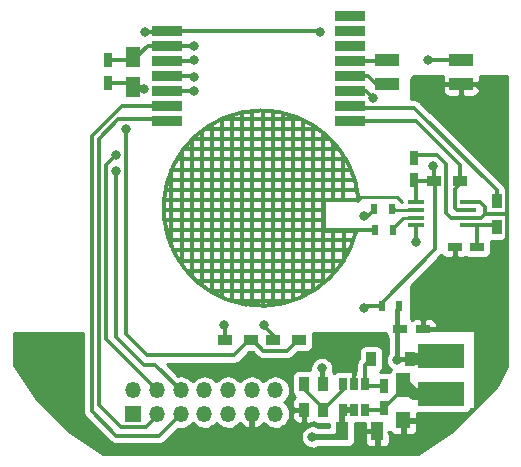
<source format=gtl>
%TF.GenerationSoftware,KiCad,Pcbnew,no-vcs-found-6573a43~60~ubuntu16.04.1*%
%TF.CreationDate,2017-10-02T18:35:18+03:00*%
%TF.ProjectId,livolo_1_channel_1way_eu_switch,6C69766F6C6F5F315F6368616E6E656C,rev?*%
%TF.SameCoordinates,Original*%
%TF.FileFunction,Copper,L1,Top,Signal*%
%TF.FilePolarity,Positive*%
%FSLAX46Y46*%
G04 Gerber Fmt 4.6, Leading zero omitted, Abs format (unit mm)*
G04 Created by KiCad (PCBNEW no-vcs-found-6573a43~60~ubuntu16.04.1) date Mon Oct  2 18:35:18 2017*
%MOMM*%
%LPD*%
G01*
G04 APERTURE LIST*
%ADD10C,0.300000*%
%ADD11R,2.000000X1.000000*%
%ADD12R,2.500000X0.812800*%
%ADD13R,4.000000X2.000000*%
%ADD14R,1.200000X2.000000*%
%ADD15R,1.200000X1.400000*%
%ADD16R,0.900000X1.200000*%
%ADD17R,0.650000X1.060000*%
%ADD18R,1.200000X0.750000*%
%ADD19R,0.750000X1.200000*%
%ADD20R,1.200000X0.900000*%
%ADD21R,0.500000X0.900000*%
%ADD22O,1.350000X1.350000*%
%ADD23R,1.350000X1.350000*%
%ADD24R,1.260000X1.750000*%
%ADD25R,1.000000X1.600000*%
%ADD26R,1.450000X0.450000*%
%ADD27C,0.500000*%
%ADD28C,0.800000*%
%ADD29C,0.450000*%
%ADD30C,1.000000*%
%ADD31C,0.500000*%
%ADD32C,0.250000*%
%ADD33C,0.254000*%
G04 APERTURE END LIST*
D10*
X150713180Y-91427505D02*
G75*
G03X150515161Y-94053034I-8241357J-698663D01*
G01*
X150563078Y-90569473D02*
X134387985Y-90569473D01*
X134861129Y-88932446D02*
X134861129Y-95314772D01*
X146858765Y-85149670D02*
X146858765Y-99110211D01*
X139143209Y-84570810D02*
X145807937Y-84570810D01*
X147680935Y-92284164D02*
X134215925Y-92284164D01*
X150515415Y-93997505D02*
X134428388Y-93997505D01*
X146001745Y-99550928D02*
X146001745Y-84648510D01*
X147310534Y-85427965D02*
X137658331Y-85427965D01*
X140096875Y-99996741D02*
X144982297Y-99996741D01*
X149430215Y-91421706D02*
X149430215Y-87653702D01*
X150032743Y-88856082D02*
X134918317Y-88856082D01*
X142573670Y-100346495D02*
X142573670Y-83894559D01*
X141716642Y-83929913D02*
X141716642Y-100311100D01*
X138289253Y-85025928D02*
X138289253Y-99238834D01*
X134268880Y-93141135D02*
X147678117Y-93141135D01*
X145144717Y-84294928D02*
X145144717Y-99939963D01*
X134600120Y-89712424D02*
X150368600Y-89712424D01*
X137432169Y-98637857D02*
X137432169Y-85567699D01*
X148573343Y-94005882D02*
X148573343Y-97677378D01*
X135536761Y-96568595D02*
X149419180Y-96568595D01*
X136703754Y-86285049D02*
X148300321Y-86285049D01*
X148800492Y-97425601D02*
X136173068Y-97425601D01*
X146820559Y-99139678D02*
X138153228Y-99139678D01*
X136986388Y-98282671D02*
X147987466Y-98282671D01*
X140003280Y-84283449D02*
X140003280Y-99992734D01*
X135395563Y-87999111D02*
X149608460Y-87999111D01*
X149060472Y-87142063D02*
X135925944Y-87142063D01*
X134264202Y-91427172D02*
X150745257Y-91427172D01*
X134658159Y-94854490D02*
X150250130Y-94854490D01*
X149914171Y-95711532D02*
X135100054Y-95711532D01*
X147715828Y-98490657D02*
X147715828Y-85768380D01*
X140859657Y-100204893D02*
X140859657Y-84053658D01*
X136575156Y-86369408D02*
X136575156Y-97895294D01*
X143430662Y-83929893D02*
X143430662Y-100311420D01*
X144287689Y-100169819D02*
X144287689Y-84106681D01*
X139146337Y-99639189D02*
X139146337Y-84595481D01*
X135718071Y-96870262D02*
X135718071Y-87359328D01*
X149436366Y-96566253D02*
X149436366Y-94023853D01*
X148573343Y-86539707D02*
X148573343Y-91421440D01*
D11*
X159400000Y-81600000D03*
X153150000Y-81600000D03*
X159400000Y-79600000D03*
X153150000Y-79600000D03*
D12*
X134500000Y-84710000D03*
X149946000Y-84710000D03*
X134500000Y-83440000D03*
X149946000Y-83440000D03*
X134500000Y-82170000D03*
X149946000Y-82170000D03*
X134500000Y-80900000D03*
X149946000Y-80900000D03*
X134500000Y-79630000D03*
X149946000Y-79630000D03*
X134500000Y-78360000D03*
X149946000Y-78360000D03*
X134500000Y-77090000D03*
X149946000Y-77090000D03*
X149946000Y-75820000D03*
D13*
X157700000Y-104650000D03*
X157700000Y-107900000D03*
D14*
X154500000Y-107100000D03*
D15*
X154500000Y-110100000D03*
D16*
X146100000Y-107000000D03*
X146100000Y-109200000D03*
D17*
X150300000Y-109200000D03*
X151250000Y-109200000D03*
X149350000Y-109200000D03*
X149350000Y-107000000D03*
X150300000Y-107000000D03*
X151250000Y-107000000D03*
D18*
X154250000Y-102400000D03*
X156150000Y-102400000D03*
D19*
X152900000Y-109050000D03*
X152900000Y-107150000D03*
D16*
X155050000Y-104900000D03*
X151750000Y-104900000D03*
X147700000Y-109200000D03*
X147700000Y-107000000D03*
D20*
X139400000Y-103300000D03*
X141600000Y-103300000D03*
X145700000Y-103300000D03*
X143500000Y-103300000D03*
D21*
X152650000Y-100400000D03*
X154150000Y-100400000D03*
D22*
X143650000Y-107550000D03*
X143650000Y-109550000D03*
X141650000Y-107550000D03*
X141650000Y-109550000D03*
X139650000Y-107550000D03*
X139650000Y-109550000D03*
X137650000Y-107550000D03*
X137650000Y-109550000D03*
X135650000Y-107550000D03*
X135650000Y-109550000D03*
X133650000Y-107550000D03*
X133650000Y-109550000D03*
X131650000Y-107550000D03*
D23*
X131650000Y-109550000D03*
D24*
X131600000Y-81875000D03*
X131600000Y-79325000D03*
D19*
X129500000Y-79600000D03*
X129500000Y-81500000D03*
D25*
X152300000Y-111000000D03*
X149300000Y-111000000D03*
D19*
X155400000Y-87850000D03*
X155400000Y-89750000D03*
D18*
X158850000Y-95400000D03*
X160750000Y-95400000D03*
D21*
X153600000Y-94000000D03*
X152100000Y-94000000D03*
X152050000Y-92200000D03*
X153550000Y-92200000D03*
D20*
X157100000Y-89800000D03*
X159300000Y-89800000D03*
D16*
X162400000Y-91500000D03*
X162400000Y-93700000D03*
D26*
X160000000Y-91625000D03*
X160000000Y-92275000D03*
X160000000Y-92925000D03*
X160000000Y-93575000D03*
X155600000Y-93575000D03*
X155600000Y-92925000D03*
X155600000Y-92275000D03*
X155600000Y-91625000D03*
D27*
X150426774Y-94035356D03*
X150691939Y-91401383D03*
D28*
X156600000Y-79600000D03*
X136800000Y-78400000D03*
X156999996Y-88600000D03*
X151200000Y-100600000D03*
X132549976Y-82002849D03*
X132600000Y-77200000D03*
X157600000Y-81600000D03*
X141800000Y-105400000D03*
X147400000Y-77200000D03*
X154000000Y-105000000D03*
X147600000Y-105700000D03*
X146800000Y-111500000D03*
X142700050Y-102000000D03*
X139300002Y-102000000D03*
X136800000Y-79600000D03*
X131000000Y-85450010D03*
X130149990Y-89000000D03*
X136800000Y-82200000D03*
X136800000Y-81000000D03*
X130149990Y-87587472D03*
X151200000Y-92800000D03*
X151948856Y-82770480D03*
X155600000Y-95000000D03*
D10*
X159400000Y-79600000D02*
X156600000Y-79600000D01*
X134500000Y-78360000D02*
X132840000Y-78360000D01*
X132840000Y-78360000D02*
X131875000Y-79325000D01*
X131875000Y-79325000D02*
X131600000Y-79325000D01*
X151200000Y-100600000D02*
X151400000Y-100400000D01*
X151400000Y-100400000D02*
X152650000Y-100400000D01*
X136760000Y-78360000D02*
X136800000Y-78400000D01*
X134500000Y-78360000D02*
X136760000Y-78360000D01*
X157100000Y-89800000D02*
X157200000Y-89800000D01*
X157200000Y-89800000D02*
X157200000Y-95600000D01*
X157200000Y-95600000D02*
X152650000Y-100150000D01*
X152650000Y-100150000D02*
X152650000Y-100400000D01*
X157100000Y-88700004D02*
X156999996Y-88600000D01*
X157100000Y-89800000D02*
X157100000Y-88700004D01*
X157100000Y-89800000D02*
X157250000Y-89800000D01*
X159900000Y-79600000D02*
X159400000Y-79600000D01*
X157100000Y-89800000D02*
X155450000Y-89800000D01*
X155450000Y-89800000D02*
X155400000Y-89750000D01*
X155600000Y-91625000D02*
X155600000Y-89950000D01*
X155600000Y-89950000D02*
X155400000Y-89750000D01*
X129500000Y-79600000D02*
X131325000Y-79600000D01*
X131325000Y-79600000D02*
X131600000Y-79325000D01*
X162560002Y-95400000D02*
X163300001Y-94660001D01*
X132549976Y-81894976D02*
X132549976Y-82002849D01*
X132530000Y-81875000D02*
X132549976Y-81894976D01*
X131600000Y-81875000D02*
X132530000Y-81875000D01*
X132600000Y-77200000D02*
X134390000Y-77200000D01*
X134390000Y-77200000D02*
X134500000Y-77090000D01*
X163160002Y-92600000D02*
X163300001Y-92460001D01*
X163300001Y-92460001D02*
X163300001Y-84300001D01*
X163300001Y-84300001D02*
X160600000Y-81600000D01*
X160600000Y-81600000D02*
X159400000Y-81600000D01*
X159400000Y-81600000D02*
X157600000Y-81600000D01*
X155400000Y-87850000D02*
X155400000Y-87625000D01*
X155400000Y-87625000D02*
X155425000Y-87600000D01*
X155425000Y-87600000D02*
X157384006Y-87600000D01*
X157384006Y-87600000D02*
X158150001Y-88365995D01*
X158525000Y-92925000D02*
X160000000Y-92925000D01*
X158150001Y-88365995D02*
X158150001Y-92550001D01*
X158150001Y-92550001D02*
X158525000Y-92925000D01*
X134500000Y-77090000D02*
X147290000Y-77090000D01*
X147290000Y-77090000D02*
X147400000Y-77200000D01*
X163300001Y-94660001D02*
X163300001Y-92739999D01*
X163300001Y-92739999D02*
X163160002Y-92600000D01*
X163160002Y-92600000D02*
X161400000Y-92600000D01*
X129500000Y-81275000D02*
X129500000Y-81500000D01*
X160000000Y-92925000D02*
X161075000Y-92925000D01*
X161075000Y-92925000D02*
X161400000Y-92600000D01*
X161400000Y-92600000D02*
X161400000Y-92000000D01*
X161400000Y-92000000D02*
X161025000Y-91625000D01*
X161025000Y-91625000D02*
X160000000Y-91625000D01*
X129500000Y-81500000D02*
X131225000Y-81500000D01*
X131225000Y-81500000D02*
X131600000Y-81875000D01*
X134610000Y-77200000D02*
X134500000Y-77090000D01*
D29*
X154250000Y-102400000D02*
X154000000Y-102150000D01*
X154000000Y-102150000D02*
X154000000Y-100750000D01*
X154000000Y-105000000D02*
X154000000Y-102650000D01*
X154000000Y-102650000D02*
X154250000Y-102400000D01*
X155050000Y-104900000D02*
X154100000Y-104900000D01*
X154100000Y-104900000D02*
X154000000Y-105000000D01*
X147600000Y-105700000D02*
X147600000Y-106900000D01*
X147600000Y-106900000D02*
X147700000Y-107000000D01*
D30*
X155050000Y-104900000D02*
X157450000Y-104900000D01*
D10*
X151250000Y-109200000D02*
X152750000Y-109200000D01*
X152750000Y-109200000D02*
X152900000Y-109050000D01*
D30*
X157700000Y-107900000D02*
X155400000Y-107900000D01*
X155400000Y-107900000D02*
X154600000Y-107100000D01*
D10*
X154600000Y-107100000D02*
X154500000Y-107100000D01*
X152900000Y-109050000D02*
X154500000Y-107450000D01*
X152900000Y-107150000D02*
X151400000Y-107150000D01*
X151400000Y-107150000D02*
X151250000Y-107000000D01*
X151250000Y-107000000D02*
X151250000Y-105400000D01*
X151250000Y-105400000D02*
X151750000Y-104900000D01*
D31*
X146800000Y-111500000D02*
X148800000Y-111500000D01*
X148800000Y-111500000D02*
X149300000Y-111000000D01*
X150300000Y-109200000D02*
X149350000Y-109200000D01*
X149300000Y-111000000D02*
X149300000Y-109250000D01*
X149300000Y-109250000D02*
X149350000Y-109200000D01*
X131650000Y-107550000D02*
X131600000Y-107500000D01*
D10*
X143500000Y-103300000D02*
X143500000Y-102900000D01*
X143500000Y-102900000D02*
X142700050Y-102100050D01*
X142700050Y-102100050D02*
X142700050Y-102000000D01*
X143350000Y-103300000D02*
X143500000Y-103300000D01*
X139400000Y-102099998D02*
X139300002Y-102000000D01*
X139400000Y-103300000D02*
X139400000Y-102099998D01*
X139400000Y-103300000D02*
X139550000Y-103300000D01*
X159300000Y-88477832D02*
X159300000Y-89800000D01*
X155532168Y-84710000D02*
X159300000Y-88477832D01*
X149946000Y-84710000D02*
X155532168Y-84710000D01*
X160000000Y-92275000D02*
X159025000Y-92275000D01*
X159025000Y-92275000D02*
X158899999Y-92149999D01*
X158899999Y-92149999D02*
X158899999Y-90500001D01*
X158899999Y-90500001D02*
X159300000Y-90100000D01*
X159300000Y-90100000D02*
X159300000Y-89800000D01*
X136770000Y-79630000D02*
X136800000Y-79600000D01*
X134500000Y-79630000D02*
X136770000Y-79630000D01*
X141600000Y-103300000D02*
X141450000Y-103300000D01*
X141450000Y-103300000D02*
X140150000Y-104600000D01*
X131000000Y-102800000D02*
X131000000Y-85450010D01*
X140150000Y-104600000D02*
X132800000Y-104600000D01*
X132800000Y-104600000D02*
X131000000Y-102800000D01*
X145550000Y-103300000D02*
X145700000Y-103300000D01*
X142650001Y-104200001D02*
X144649999Y-104200001D01*
X141750000Y-103300000D02*
X142650001Y-104200001D01*
X144649999Y-104200001D02*
X145550000Y-103300000D01*
X145800000Y-103400000D02*
X145700000Y-103300000D01*
X149350000Y-107000000D02*
X149350000Y-107550000D01*
X149350000Y-107550000D02*
X147700000Y-109200000D01*
X146100000Y-107000000D02*
X146100000Y-107450000D01*
X146100000Y-107450000D02*
X147700000Y-109050000D01*
X147700000Y-109050000D02*
X147700000Y-109200000D01*
X133650000Y-109550000D02*
X133650000Y-109710002D01*
X130341996Y-84600000D02*
X133400000Y-84600000D01*
X133400000Y-84600000D02*
X133510000Y-84710000D01*
X133650000Y-109710002D02*
X132685001Y-110675001D01*
X130614999Y-110675001D02*
X128699978Y-108759980D01*
X132685001Y-110675001D02*
X130614999Y-110675001D01*
X128699978Y-108759980D02*
X128699978Y-86242018D01*
X128699978Y-86242018D02*
X130341996Y-84600000D01*
X133510000Y-84710000D02*
X134500000Y-84710000D01*
X130149990Y-102998533D02*
X130149990Y-89000000D01*
X133500000Y-105400000D02*
X132551457Y-105400000D01*
X132551457Y-105400000D02*
X130149990Y-102998533D01*
X135650000Y-107550000D02*
X133500000Y-105400000D01*
X136770000Y-82170000D02*
X136800000Y-82200000D01*
X134500000Y-82170000D02*
X136770000Y-82170000D01*
X135650000Y-109550000D02*
X133800000Y-111400000D01*
X133800000Y-111400000D02*
X130200000Y-111400000D01*
X130200000Y-111400000D02*
X128099967Y-109299967D01*
X128099967Y-109299967D02*
X128099967Y-85993486D01*
X128099967Y-85993486D02*
X130653453Y-83440000D01*
X130653453Y-83440000D02*
X134500000Y-83440000D01*
X134500000Y-80900000D02*
X136700000Y-80900000D01*
X136700000Y-80900000D02*
X136800000Y-81000000D01*
X129299989Y-88437473D02*
X130149990Y-87587472D01*
X129299989Y-103199989D02*
X129299989Y-88437473D01*
X133650000Y-107550000D02*
X129299989Y-103199989D01*
X133650000Y-107550000D02*
X133650000Y-107250000D01*
X149946000Y-79630000D02*
X153120000Y-79630000D01*
X153120000Y-79630000D02*
X153150000Y-79600000D01*
X149946000Y-80900000D02*
X151500000Y-80900000D01*
X151500000Y-80900000D02*
X152200000Y-81600000D01*
X160000000Y-93575000D02*
X160750000Y-93575000D01*
X160750000Y-93575000D02*
X160750000Y-95400000D01*
X160000000Y-93575000D02*
X162275000Y-93575000D01*
X162275000Y-93575000D02*
X162400000Y-93700000D01*
D32*
X155600000Y-92925000D02*
X154475000Y-92925000D01*
X154475000Y-92925000D02*
X153600000Y-93800000D01*
X153600000Y-93800000D02*
X153600000Y-94000000D01*
X147800000Y-91400000D02*
X147801383Y-91401383D01*
X147801383Y-91401383D02*
X150691939Y-91401383D01*
X147800000Y-94000000D02*
X147800000Y-91400000D01*
X147835356Y-94035356D02*
X147800000Y-94000000D01*
X150426774Y-94035356D02*
X147835356Y-94035356D01*
X150691939Y-91401383D02*
X150893322Y-91200000D01*
X150893322Y-91200000D02*
X154000000Y-91200000D01*
X154000000Y-91200000D02*
X154400000Y-91600000D01*
D10*
X152100000Y-94000000D02*
X150462130Y-94000000D01*
X150462130Y-94000000D02*
X150426774Y-94035356D01*
D32*
X151200000Y-92800000D02*
X151450000Y-92800000D01*
X151450000Y-92800000D02*
X152050000Y-92200000D01*
X155600000Y-92275000D02*
X153825000Y-92275000D01*
X153825000Y-92275000D02*
X153550000Y-92000000D01*
D10*
X162400000Y-91500000D02*
X162400000Y-90600000D01*
X162400000Y-90600000D02*
X155420481Y-83620481D01*
X155420481Y-83620481D02*
X150126481Y-83620481D01*
X150126481Y-83620481D02*
X149946000Y-83440000D01*
X151948856Y-82770480D02*
X151348376Y-82170000D01*
X151348376Y-82170000D02*
X149946000Y-82170000D01*
X155600000Y-93575000D02*
X155600000Y-95000000D01*
D33*
G36*
X163272360Y-105453035D02*
X162394142Y-107219199D01*
X158501216Y-111115019D01*
X155708721Y-112974320D01*
X129090339Y-112974320D01*
X126299249Y-111115955D01*
X123426533Y-108210301D01*
X121526700Y-105407826D01*
X121526700Y-102727000D01*
X127372967Y-102727000D01*
X127372967Y-109299967D01*
X127379519Y-109366786D01*
X127385373Y-109433700D01*
X127386440Y-109437373D01*
X127386813Y-109441175D01*
X127406218Y-109505449D01*
X127424958Y-109569951D01*
X127426717Y-109573344D01*
X127427822Y-109577005D01*
X127459381Y-109636359D01*
X127490254Y-109695919D01*
X127492635Y-109698902D01*
X127494433Y-109702283D01*
X127536913Y-109754368D01*
X127578773Y-109806806D01*
X127584022Y-109812130D01*
X127584109Y-109812236D01*
X127584207Y-109812317D01*
X127585900Y-109814034D01*
X129685933Y-111914067D01*
X129737813Y-111956681D01*
X129789269Y-111999858D01*
X129792623Y-112001702D01*
X129795573Y-112004125D01*
X129854736Y-112035848D01*
X129913604Y-112068211D01*
X129917245Y-112069366D01*
X129920617Y-112071174D01*
X129984869Y-112090818D01*
X130048848Y-112111113D01*
X130052646Y-112111539D01*
X130056303Y-112112657D01*
X130123100Y-112119442D01*
X130189849Y-112126929D01*
X130197327Y-112126981D01*
X130197462Y-112126995D01*
X130197588Y-112126983D01*
X130200000Y-112127000D01*
X133800000Y-112127000D01*
X133866819Y-112120448D01*
X133933733Y-112114594D01*
X133937406Y-112113527D01*
X133941208Y-112113154D01*
X134005482Y-112093749D01*
X134069984Y-112075009D01*
X134073377Y-112073250D01*
X134077038Y-112072145D01*
X134136392Y-112040586D01*
X134195952Y-112009713D01*
X134198935Y-112007332D01*
X134202316Y-112005534D01*
X134254401Y-111963054D01*
X134306839Y-111921194D01*
X134312163Y-111915945D01*
X134312269Y-111915858D01*
X134312350Y-111915760D01*
X134314067Y-111914067D01*
X135441140Y-110786994D01*
X135641259Y-110808027D01*
X135884601Y-110785882D01*
X136119007Y-110716892D01*
X136335549Y-110603687D01*
X136525979Y-110450578D01*
X136650567Y-110302099D01*
X136761617Y-110438260D01*
X136949890Y-110594013D01*
X137164830Y-110710231D01*
X137398250Y-110782486D01*
X137641259Y-110808027D01*
X137884601Y-110785882D01*
X138119007Y-110716892D01*
X138335549Y-110603687D01*
X138525979Y-110450578D01*
X138650567Y-110302099D01*
X138761617Y-110438260D01*
X138949890Y-110594013D01*
X139164830Y-110710231D01*
X139398250Y-110782486D01*
X139641259Y-110808027D01*
X139884601Y-110785882D01*
X140119007Y-110716892D01*
X140335549Y-110603687D01*
X140525979Y-110450578D01*
X140651029Y-110301548D01*
X140799968Y-110469217D01*
X140995631Y-110617388D01*
X141216442Y-110724539D01*
X141357951Y-110767462D01*
X141552000Y-110653407D01*
X141552000Y-109648000D01*
X141532000Y-109648000D01*
X141532000Y-109452000D01*
X141552000Y-109452000D01*
X141552000Y-109432000D01*
X141748000Y-109432000D01*
X141748000Y-109452000D01*
X141768000Y-109452000D01*
X141768000Y-109648000D01*
X141748000Y-109648000D01*
X141748000Y-110653407D01*
X141942049Y-110767462D01*
X142083558Y-110724539D01*
X142304369Y-110617388D01*
X142500032Y-110469217D01*
X142649569Y-110300875D01*
X142761617Y-110438260D01*
X142949890Y-110594013D01*
X143164830Y-110710231D01*
X143398250Y-110782486D01*
X143641259Y-110808027D01*
X143884601Y-110785882D01*
X144119007Y-110716892D01*
X144335549Y-110603687D01*
X144525979Y-110450578D01*
X144683042Y-110263397D01*
X144800757Y-110049273D01*
X144874641Y-109816363D01*
X144901878Y-109573539D01*
X144902000Y-109556058D01*
X144902000Y-109543942D01*
X144892030Y-109442250D01*
X145073000Y-109442250D01*
X145073000Y-109856830D01*
X145095174Y-109968305D01*
X145138669Y-110073312D01*
X145201815Y-110167816D01*
X145282184Y-110248185D01*
X145376688Y-110311331D01*
X145481696Y-110354826D01*
X145593171Y-110377000D01*
X145857750Y-110377000D01*
X146002000Y-110232750D01*
X146002000Y-109298000D01*
X145217250Y-109298000D01*
X145073000Y-109442250D01*
X144892030Y-109442250D01*
X144878156Y-109300761D01*
X144807532Y-109066842D01*
X144692817Y-108851096D01*
X144538383Y-108661740D01*
X144402825Y-108549596D01*
X144525979Y-108450578D01*
X144683042Y-108263397D01*
X144800757Y-108049273D01*
X144874641Y-107816363D01*
X144901878Y-107573539D01*
X144902000Y-107556058D01*
X144902000Y-107543942D01*
X144878156Y-107300761D01*
X144807532Y-107066842D01*
X144692817Y-106851096D01*
X144538383Y-106661740D01*
X144350110Y-106505987D01*
X144135170Y-106389769D01*
X143901750Y-106317514D01*
X143658741Y-106291973D01*
X143415399Y-106314118D01*
X143180993Y-106383108D01*
X142964451Y-106496313D01*
X142774021Y-106649422D01*
X142649433Y-106797901D01*
X142538383Y-106661740D01*
X142350110Y-106505987D01*
X142135170Y-106389769D01*
X141901750Y-106317514D01*
X141658741Y-106291973D01*
X141415399Y-106314118D01*
X141180993Y-106383108D01*
X140964451Y-106496313D01*
X140774021Y-106649422D01*
X140649433Y-106797901D01*
X140538383Y-106661740D01*
X140350110Y-106505987D01*
X140135170Y-106389769D01*
X139901750Y-106317514D01*
X139658741Y-106291973D01*
X139415399Y-106314118D01*
X139180993Y-106383108D01*
X138964451Y-106496313D01*
X138774021Y-106649422D01*
X138649433Y-106797901D01*
X138538383Y-106661740D01*
X138350110Y-106505987D01*
X138135170Y-106389769D01*
X137901750Y-106317514D01*
X137658741Y-106291973D01*
X137415399Y-106314118D01*
X137180993Y-106383108D01*
X136964451Y-106496313D01*
X136774021Y-106649422D01*
X136649433Y-106797901D01*
X136538383Y-106661740D01*
X136350110Y-106505987D01*
X136135170Y-106389769D01*
X135901750Y-106317514D01*
X135658741Y-106291973D01*
X135440012Y-106311878D01*
X134455134Y-105327000D01*
X140150000Y-105327000D01*
X140216819Y-105320448D01*
X140283733Y-105314594D01*
X140287406Y-105313527D01*
X140291208Y-105313154D01*
X140355482Y-105293749D01*
X140419984Y-105275009D01*
X140423377Y-105273250D01*
X140427038Y-105272145D01*
X140486392Y-105240586D01*
X140545952Y-105209713D01*
X140548935Y-105207332D01*
X140552316Y-105205534D01*
X140604401Y-105163054D01*
X140656839Y-105121194D01*
X140662163Y-105115945D01*
X140662269Y-105115858D01*
X140662350Y-105115760D01*
X140664067Y-105114067D01*
X141448342Y-104329791D01*
X141751658Y-104329791D01*
X142135935Y-104714068D01*
X142187790Y-104756662D01*
X142239270Y-104799859D01*
X142242624Y-104801703D01*
X142245574Y-104804126D01*
X142304737Y-104835849D01*
X142363605Y-104868212D01*
X142367246Y-104869367D01*
X142370618Y-104871175D01*
X142434911Y-104890832D01*
X142498849Y-104911114D01*
X142502642Y-104911539D01*
X142506304Y-104912659D01*
X142573195Y-104919453D01*
X142639850Y-104926930D01*
X142647318Y-104926982D01*
X142647463Y-104926997D01*
X142647598Y-104926984D01*
X142650001Y-104927001D01*
X144649999Y-104927001D01*
X144716818Y-104920449D01*
X144783732Y-104914595D01*
X144787405Y-104913528D01*
X144791207Y-104913155D01*
X144855481Y-104893750D01*
X144919983Y-104875010D01*
X144923376Y-104873251D01*
X144927037Y-104872146D01*
X144986391Y-104840587D01*
X145045951Y-104809714D01*
X145048934Y-104807333D01*
X145052315Y-104805535D01*
X145104400Y-104763055D01*
X145156838Y-104721195D01*
X145162162Y-104715946D01*
X145162268Y-104715859D01*
X145162349Y-104715761D01*
X145164066Y-104714068D01*
X145548343Y-104329791D01*
X146300000Y-104329791D01*
X146413112Y-104318650D01*
X146521876Y-104285657D01*
X146622115Y-104232079D01*
X146709974Y-104159974D01*
X146782079Y-104072115D01*
X146835657Y-103971876D01*
X146868650Y-103863112D01*
X146879791Y-103750000D01*
X146879791Y-102850000D01*
X146868650Y-102736888D01*
X146865651Y-102727000D01*
X153070209Y-102727000D01*
X153070209Y-102775000D01*
X153081350Y-102888112D01*
X153114343Y-102996876D01*
X153167921Y-103097115D01*
X153198000Y-103133766D01*
X153198000Y-104441913D01*
X153139706Y-104527049D01*
X153064227Y-104703155D01*
X153024391Y-104890568D01*
X153021716Y-105082149D01*
X153056303Y-105270601D01*
X153126836Y-105448745D01*
X153230627Y-105609798D01*
X153363723Y-105747623D01*
X153415035Y-105783285D01*
X153364343Y-105878124D01*
X153334628Y-105976082D01*
X153275000Y-105970209D01*
X152536578Y-105970209D01*
X152609974Y-105909974D01*
X152682079Y-105822115D01*
X152735657Y-105721876D01*
X152768650Y-105613112D01*
X152779791Y-105500000D01*
X152779791Y-104300000D01*
X152768650Y-104186888D01*
X152735657Y-104078124D01*
X152682079Y-103977885D01*
X152609974Y-103890026D01*
X152522115Y-103817921D01*
X152421876Y-103764343D01*
X152313112Y-103731350D01*
X152200000Y-103720209D01*
X151300000Y-103720209D01*
X151186888Y-103731350D01*
X151078124Y-103764343D01*
X150977885Y-103817921D01*
X150890026Y-103890026D01*
X150817921Y-103977885D01*
X150764343Y-104078124D01*
X150731350Y-104186888D01*
X150720209Y-104300000D01*
X150720209Y-104905076D01*
X150693319Y-104937813D01*
X150650142Y-104989269D01*
X150648298Y-104992623D01*
X150645875Y-104995573D01*
X150614152Y-105054736D01*
X150581789Y-105113604D01*
X150580634Y-105117245D01*
X150578826Y-105120617D01*
X150559169Y-105184910D01*
X150538887Y-105248848D01*
X150538462Y-105252641D01*
X150537342Y-105256303D01*
X150530548Y-105323194D01*
X150523071Y-105389849D01*
X150523019Y-105397317D01*
X150523004Y-105397462D01*
X150523017Y-105397597D01*
X150523000Y-105400000D01*
X150523000Y-105912250D01*
X150398000Y-106037250D01*
X150398000Y-106231928D01*
X150389343Y-106248124D01*
X150356350Y-106356888D01*
X150345209Y-106470000D01*
X150345209Y-107118000D01*
X150254791Y-107118000D01*
X150254791Y-106470000D01*
X150243650Y-106356888D01*
X150210657Y-106248124D01*
X150202000Y-106231928D01*
X150202000Y-106037250D01*
X150057750Y-105893000D01*
X149918171Y-105893000D01*
X149822996Y-105911932D01*
X149788112Y-105901350D01*
X149675000Y-105890209D01*
X149025000Y-105890209D01*
X148911888Y-105901350D01*
X148803124Y-105934343D01*
X148702885Y-105987921D01*
X148616458Y-106058851D01*
X148559974Y-105990026D01*
X148539808Y-105973476D01*
X148573986Y-105823043D01*
X148577042Y-105604200D01*
X148539826Y-105416250D01*
X148466813Y-105239107D01*
X148360784Y-105079520D01*
X148225776Y-104943566D01*
X148066933Y-104836425D01*
X147890305Y-104762177D01*
X147702618Y-104723651D01*
X147511024Y-104722313D01*
X147322818Y-104758216D01*
X147145170Y-104829990D01*
X146984846Y-104934903D01*
X146847953Y-105068958D01*
X146739706Y-105227049D01*
X146664227Y-105403155D01*
X146624391Y-105590568D01*
X146621716Y-105782149D01*
X146630150Y-105828103D01*
X146550000Y-105820209D01*
X145650000Y-105820209D01*
X145536888Y-105831350D01*
X145428124Y-105864343D01*
X145327885Y-105917921D01*
X145240026Y-105990026D01*
X145167921Y-106077885D01*
X145114343Y-106178124D01*
X145081350Y-106286888D01*
X145070209Y-106400000D01*
X145070209Y-107600000D01*
X145081350Y-107713112D01*
X145114343Y-107821876D01*
X145167921Y-107922115D01*
X145240026Y-108009974D01*
X145327885Y-108082079D01*
X145360478Y-108099500D01*
X145282184Y-108151815D01*
X145201815Y-108232184D01*
X145138669Y-108326688D01*
X145095174Y-108431695D01*
X145073000Y-108543170D01*
X145073000Y-108957750D01*
X145217250Y-109102000D01*
X146002000Y-109102000D01*
X146002000Y-109082000D01*
X146198000Y-109082000D01*
X146198000Y-109102000D01*
X146218000Y-109102000D01*
X146218000Y-109298000D01*
X146198000Y-109298000D01*
X146198000Y-110232750D01*
X146342250Y-110377000D01*
X146606829Y-110377000D01*
X146718304Y-110354826D01*
X146823312Y-110311331D01*
X146900601Y-110259688D01*
X146927885Y-110282079D01*
X147028124Y-110335657D01*
X147136888Y-110368650D01*
X147250000Y-110379791D01*
X148150000Y-110379791D01*
X148220209Y-110372876D01*
X148220209Y-110673000D01*
X147321158Y-110673000D01*
X147266933Y-110636425D01*
X147090305Y-110562177D01*
X146902618Y-110523651D01*
X146711024Y-110522313D01*
X146522818Y-110558216D01*
X146345170Y-110629990D01*
X146184846Y-110734903D01*
X146047953Y-110868958D01*
X145939706Y-111027049D01*
X145864227Y-111203155D01*
X145824391Y-111390568D01*
X145821716Y-111582149D01*
X145856303Y-111770601D01*
X145926836Y-111948745D01*
X146030627Y-112109798D01*
X146163723Y-112247623D01*
X146321055Y-112356971D01*
X146496630Y-112433678D01*
X146683760Y-112474821D01*
X146875317Y-112478834D01*
X147064006Y-112445563D01*
X147242639Y-112376276D01*
X147320285Y-112327000D01*
X148561928Y-112327000D01*
X148578124Y-112335657D01*
X148686888Y-112368650D01*
X148800000Y-112379791D01*
X149800000Y-112379791D01*
X149913112Y-112368650D01*
X150021876Y-112335657D01*
X150122115Y-112282079D01*
X150209974Y-112209974D01*
X150282079Y-112122115D01*
X150335657Y-112021876D01*
X150368650Y-111913112D01*
X150379791Y-111800000D01*
X150379791Y-111242250D01*
X151223000Y-111242250D01*
X151223000Y-111856829D01*
X151245174Y-111968304D01*
X151288669Y-112073312D01*
X151351815Y-112167816D01*
X151432184Y-112248185D01*
X151526688Y-112311331D01*
X151631695Y-112354826D01*
X151743170Y-112377000D01*
X152057750Y-112377000D01*
X152202000Y-112232750D01*
X152202000Y-111098000D01*
X151367250Y-111098000D01*
X151223000Y-111242250D01*
X150379791Y-111242250D01*
X150379791Y-110309791D01*
X150625000Y-110309791D01*
X150738112Y-110298650D01*
X150775000Y-110287460D01*
X150811888Y-110298650D01*
X150925000Y-110309791D01*
X151223000Y-110309791D01*
X151223000Y-110757750D01*
X151367250Y-110902000D01*
X152202000Y-110902000D01*
X152202000Y-110882000D01*
X152398000Y-110882000D01*
X152398000Y-110902000D01*
X152418000Y-110902000D01*
X152418000Y-111098000D01*
X152398000Y-111098000D01*
X152398000Y-112232750D01*
X152542250Y-112377000D01*
X152856830Y-112377000D01*
X152968305Y-112354826D01*
X153073312Y-112311331D01*
X153167816Y-112248185D01*
X153248185Y-112167816D01*
X153311331Y-112073312D01*
X153354826Y-111968304D01*
X153377000Y-111856829D01*
X153377000Y-111242250D01*
X153232752Y-111098002D01*
X153377000Y-111098002D01*
X153377000Y-111045140D01*
X153388669Y-111073312D01*
X153451815Y-111167816D01*
X153532184Y-111248185D01*
X153626688Y-111311331D01*
X153731696Y-111354826D01*
X153843171Y-111377000D01*
X154257750Y-111377000D01*
X154402000Y-111232750D01*
X154402000Y-110198000D01*
X154598000Y-110198000D01*
X154598000Y-111232750D01*
X154742250Y-111377000D01*
X155156829Y-111377000D01*
X155268304Y-111354826D01*
X155373312Y-111311331D01*
X155467816Y-111248185D01*
X155548185Y-111167816D01*
X155611331Y-111073312D01*
X155654826Y-110968305D01*
X155677000Y-110856830D01*
X155677000Y-110342250D01*
X155532750Y-110198000D01*
X154598000Y-110198000D01*
X154402000Y-110198000D01*
X154382000Y-110198000D01*
X154382000Y-110002000D01*
X154402000Y-110002000D01*
X154402000Y-109982000D01*
X154598000Y-109982000D01*
X154598000Y-110002000D01*
X155532750Y-110002000D01*
X155677000Y-109857750D01*
X155677000Y-109477526D01*
X155700000Y-109479791D01*
X159700000Y-109479791D01*
X159813112Y-109468650D01*
X159921876Y-109435657D01*
X160022115Y-109382079D01*
X160109974Y-109309974D01*
X160182079Y-109222115D01*
X160232918Y-109127000D01*
X160400000Y-109127000D01*
X160448601Y-109117333D01*
X160489803Y-109089803D01*
X160517333Y-109048601D01*
X160527000Y-109000000D01*
X160527000Y-102600000D01*
X160517333Y-102551399D01*
X160489803Y-102510197D01*
X160448601Y-102482667D01*
X160400000Y-102473000D01*
X156032000Y-102473000D01*
X156032000Y-102302000D01*
X156052000Y-102302000D01*
X156052000Y-101592250D01*
X156248000Y-101592250D01*
X156248000Y-102302000D01*
X157182750Y-102302000D01*
X157327000Y-102157750D01*
X157327000Y-101968171D01*
X157304826Y-101856696D01*
X157261331Y-101751688D01*
X157198185Y-101657184D01*
X157117816Y-101576815D01*
X157023312Y-101513669D01*
X156918305Y-101470174D01*
X156806830Y-101448000D01*
X156392250Y-101448000D01*
X156248000Y-101592250D01*
X156052000Y-101592250D01*
X155907750Y-101448000D01*
X155493170Y-101448000D01*
X155381695Y-101470174D01*
X155276688Y-101513669D01*
X155199399Y-101565312D01*
X155172115Y-101542921D01*
X155127000Y-101518807D01*
X155127000Y-98701134D01*
X157714067Y-96114066D01*
X157751861Y-96068055D01*
X157801815Y-96142816D01*
X157882184Y-96223185D01*
X157976688Y-96286331D01*
X158081695Y-96329826D01*
X158193170Y-96352000D01*
X158607750Y-96352000D01*
X158752000Y-96207750D01*
X158752000Y-95498000D01*
X158732000Y-95498000D01*
X158732000Y-95302000D01*
X158752000Y-95302000D01*
X158752000Y-95282000D01*
X158948000Y-95282000D01*
X158948000Y-95302000D01*
X158968000Y-95302000D01*
X158968000Y-95498000D01*
X158948000Y-95498000D01*
X158948000Y-96207750D01*
X159092250Y-96352000D01*
X159506830Y-96352000D01*
X159618305Y-96329826D01*
X159723312Y-96286331D01*
X159800601Y-96234688D01*
X159827885Y-96257079D01*
X159928124Y-96310657D01*
X160036888Y-96343650D01*
X160150000Y-96354791D01*
X161350000Y-96354791D01*
X161463112Y-96343650D01*
X161571876Y-96310657D01*
X161672115Y-96257079D01*
X161759974Y-96184974D01*
X161832079Y-96097115D01*
X161885657Y-95996876D01*
X161918650Y-95888112D01*
X161929791Y-95775000D01*
X161929791Y-95025000D01*
X161920138Y-94927000D01*
X162200000Y-94927000D01*
X162248601Y-94917333D01*
X162289803Y-94889803D01*
X162296493Y-94879791D01*
X162850000Y-94879791D01*
X162963112Y-94868650D01*
X163071876Y-94835657D01*
X163172115Y-94782079D01*
X163259974Y-94709974D01*
X163272360Y-94694882D01*
X163272360Y-105453035D01*
X163272360Y-105453035D01*
G37*
X163272360Y-105453035D02*
X162394142Y-107219199D01*
X158501216Y-111115019D01*
X155708721Y-112974320D01*
X129090339Y-112974320D01*
X126299249Y-111115955D01*
X123426533Y-108210301D01*
X121526700Y-105407826D01*
X121526700Y-102727000D01*
X127372967Y-102727000D01*
X127372967Y-109299967D01*
X127379519Y-109366786D01*
X127385373Y-109433700D01*
X127386440Y-109437373D01*
X127386813Y-109441175D01*
X127406218Y-109505449D01*
X127424958Y-109569951D01*
X127426717Y-109573344D01*
X127427822Y-109577005D01*
X127459381Y-109636359D01*
X127490254Y-109695919D01*
X127492635Y-109698902D01*
X127494433Y-109702283D01*
X127536913Y-109754368D01*
X127578773Y-109806806D01*
X127584022Y-109812130D01*
X127584109Y-109812236D01*
X127584207Y-109812317D01*
X127585900Y-109814034D01*
X129685933Y-111914067D01*
X129737813Y-111956681D01*
X129789269Y-111999858D01*
X129792623Y-112001702D01*
X129795573Y-112004125D01*
X129854736Y-112035848D01*
X129913604Y-112068211D01*
X129917245Y-112069366D01*
X129920617Y-112071174D01*
X129984869Y-112090818D01*
X130048848Y-112111113D01*
X130052646Y-112111539D01*
X130056303Y-112112657D01*
X130123100Y-112119442D01*
X130189849Y-112126929D01*
X130197327Y-112126981D01*
X130197462Y-112126995D01*
X130197588Y-112126983D01*
X130200000Y-112127000D01*
X133800000Y-112127000D01*
X133866819Y-112120448D01*
X133933733Y-112114594D01*
X133937406Y-112113527D01*
X133941208Y-112113154D01*
X134005482Y-112093749D01*
X134069984Y-112075009D01*
X134073377Y-112073250D01*
X134077038Y-112072145D01*
X134136392Y-112040586D01*
X134195952Y-112009713D01*
X134198935Y-112007332D01*
X134202316Y-112005534D01*
X134254401Y-111963054D01*
X134306839Y-111921194D01*
X134312163Y-111915945D01*
X134312269Y-111915858D01*
X134312350Y-111915760D01*
X134314067Y-111914067D01*
X135441140Y-110786994D01*
X135641259Y-110808027D01*
X135884601Y-110785882D01*
X136119007Y-110716892D01*
X136335549Y-110603687D01*
X136525979Y-110450578D01*
X136650567Y-110302099D01*
X136761617Y-110438260D01*
X136949890Y-110594013D01*
X137164830Y-110710231D01*
X137398250Y-110782486D01*
X137641259Y-110808027D01*
X137884601Y-110785882D01*
X138119007Y-110716892D01*
X138335549Y-110603687D01*
X138525979Y-110450578D01*
X138650567Y-110302099D01*
X138761617Y-110438260D01*
X138949890Y-110594013D01*
X139164830Y-110710231D01*
X139398250Y-110782486D01*
X139641259Y-110808027D01*
X139884601Y-110785882D01*
X140119007Y-110716892D01*
X140335549Y-110603687D01*
X140525979Y-110450578D01*
X140651029Y-110301548D01*
X140799968Y-110469217D01*
X140995631Y-110617388D01*
X141216442Y-110724539D01*
X141357951Y-110767462D01*
X141552000Y-110653407D01*
X141552000Y-109648000D01*
X141532000Y-109648000D01*
X141532000Y-109452000D01*
X141552000Y-109452000D01*
X141552000Y-109432000D01*
X141748000Y-109432000D01*
X141748000Y-109452000D01*
X141768000Y-109452000D01*
X141768000Y-109648000D01*
X141748000Y-109648000D01*
X141748000Y-110653407D01*
X141942049Y-110767462D01*
X142083558Y-110724539D01*
X142304369Y-110617388D01*
X142500032Y-110469217D01*
X142649569Y-110300875D01*
X142761617Y-110438260D01*
X142949890Y-110594013D01*
X143164830Y-110710231D01*
X143398250Y-110782486D01*
X143641259Y-110808027D01*
X143884601Y-110785882D01*
X144119007Y-110716892D01*
X144335549Y-110603687D01*
X144525979Y-110450578D01*
X144683042Y-110263397D01*
X144800757Y-110049273D01*
X144874641Y-109816363D01*
X144901878Y-109573539D01*
X144902000Y-109556058D01*
X144902000Y-109543942D01*
X144892030Y-109442250D01*
X145073000Y-109442250D01*
X145073000Y-109856830D01*
X145095174Y-109968305D01*
X145138669Y-110073312D01*
X145201815Y-110167816D01*
X145282184Y-110248185D01*
X145376688Y-110311331D01*
X145481696Y-110354826D01*
X145593171Y-110377000D01*
X145857750Y-110377000D01*
X146002000Y-110232750D01*
X146002000Y-109298000D01*
X145217250Y-109298000D01*
X145073000Y-109442250D01*
X144892030Y-109442250D01*
X144878156Y-109300761D01*
X144807532Y-109066842D01*
X144692817Y-108851096D01*
X144538383Y-108661740D01*
X144402825Y-108549596D01*
X144525979Y-108450578D01*
X144683042Y-108263397D01*
X144800757Y-108049273D01*
X144874641Y-107816363D01*
X144901878Y-107573539D01*
X144902000Y-107556058D01*
X144902000Y-107543942D01*
X144878156Y-107300761D01*
X144807532Y-107066842D01*
X144692817Y-106851096D01*
X144538383Y-106661740D01*
X144350110Y-106505987D01*
X144135170Y-106389769D01*
X143901750Y-106317514D01*
X143658741Y-106291973D01*
X143415399Y-106314118D01*
X143180993Y-106383108D01*
X142964451Y-106496313D01*
X142774021Y-106649422D01*
X142649433Y-106797901D01*
X142538383Y-106661740D01*
X142350110Y-106505987D01*
X142135170Y-106389769D01*
X141901750Y-106317514D01*
X141658741Y-106291973D01*
X141415399Y-106314118D01*
X141180993Y-106383108D01*
X140964451Y-106496313D01*
X140774021Y-106649422D01*
X140649433Y-106797901D01*
X140538383Y-106661740D01*
X140350110Y-106505987D01*
X140135170Y-106389769D01*
X139901750Y-106317514D01*
X139658741Y-106291973D01*
X139415399Y-106314118D01*
X139180993Y-106383108D01*
X138964451Y-106496313D01*
X138774021Y-106649422D01*
X138649433Y-106797901D01*
X138538383Y-106661740D01*
X138350110Y-106505987D01*
X138135170Y-106389769D01*
X137901750Y-106317514D01*
X137658741Y-106291973D01*
X137415399Y-106314118D01*
X137180993Y-106383108D01*
X136964451Y-106496313D01*
X136774021Y-106649422D01*
X136649433Y-106797901D01*
X136538383Y-106661740D01*
X136350110Y-106505987D01*
X136135170Y-106389769D01*
X135901750Y-106317514D01*
X135658741Y-106291973D01*
X135440012Y-106311878D01*
X134455134Y-105327000D01*
X140150000Y-105327000D01*
X140216819Y-105320448D01*
X140283733Y-105314594D01*
X140287406Y-105313527D01*
X140291208Y-105313154D01*
X140355482Y-105293749D01*
X140419984Y-105275009D01*
X140423377Y-105273250D01*
X140427038Y-105272145D01*
X140486392Y-105240586D01*
X140545952Y-105209713D01*
X140548935Y-105207332D01*
X140552316Y-105205534D01*
X140604401Y-105163054D01*
X140656839Y-105121194D01*
X140662163Y-105115945D01*
X140662269Y-105115858D01*
X140662350Y-105115760D01*
X140664067Y-105114067D01*
X141448342Y-104329791D01*
X141751658Y-104329791D01*
X142135935Y-104714068D01*
X142187790Y-104756662D01*
X142239270Y-104799859D01*
X142242624Y-104801703D01*
X142245574Y-104804126D01*
X142304737Y-104835849D01*
X142363605Y-104868212D01*
X142367246Y-104869367D01*
X142370618Y-104871175D01*
X142434911Y-104890832D01*
X142498849Y-104911114D01*
X142502642Y-104911539D01*
X142506304Y-104912659D01*
X142573195Y-104919453D01*
X142639850Y-104926930D01*
X142647318Y-104926982D01*
X142647463Y-104926997D01*
X142647598Y-104926984D01*
X142650001Y-104927001D01*
X144649999Y-104927001D01*
X144716818Y-104920449D01*
X144783732Y-104914595D01*
X144787405Y-104913528D01*
X144791207Y-104913155D01*
X144855481Y-104893750D01*
X144919983Y-104875010D01*
X144923376Y-104873251D01*
X144927037Y-104872146D01*
X144986391Y-104840587D01*
X145045951Y-104809714D01*
X145048934Y-104807333D01*
X145052315Y-104805535D01*
X145104400Y-104763055D01*
X145156838Y-104721195D01*
X145162162Y-104715946D01*
X145162268Y-104715859D01*
X145162349Y-104715761D01*
X145164066Y-104714068D01*
X145548343Y-104329791D01*
X146300000Y-104329791D01*
X146413112Y-104318650D01*
X146521876Y-104285657D01*
X146622115Y-104232079D01*
X146709974Y-104159974D01*
X146782079Y-104072115D01*
X146835657Y-103971876D01*
X146868650Y-103863112D01*
X146879791Y-103750000D01*
X146879791Y-102850000D01*
X146868650Y-102736888D01*
X146865651Y-102727000D01*
X153070209Y-102727000D01*
X153070209Y-102775000D01*
X153081350Y-102888112D01*
X153114343Y-102996876D01*
X153167921Y-103097115D01*
X153198000Y-103133766D01*
X153198000Y-104441913D01*
X153139706Y-104527049D01*
X153064227Y-104703155D01*
X153024391Y-104890568D01*
X153021716Y-105082149D01*
X153056303Y-105270601D01*
X153126836Y-105448745D01*
X153230627Y-105609798D01*
X153363723Y-105747623D01*
X153415035Y-105783285D01*
X153364343Y-105878124D01*
X153334628Y-105976082D01*
X153275000Y-105970209D01*
X152536578Y-105970209D01*
X152609974Y-105909974D01*
X152682079Y-105822115D01*
X152735657Y-105721876D01*
X152768650Y-105613112D01*
X152779791Y-105500000D01*
X152779791Y-104300000D01*
X152768650Y-104186888D01*
X152735657Y-104078124D01*
X152682079Y-103977885D01*
X152609974Y-103890026D01*
X152522115Y-103817921D01*
X152421876Y-103764343D01*
X152313112Y-103731350D01*
X152200000Y-103720209D01*
X151300000Y-103720209D01*
X151186888Y-103731350D01*
X151078124Y-103764343D01*
X150977885Y-103817921D01*
X150890026Y-103890026D01*
X150817921Y-103977885D01*
X150764343Y-104078124D01*
X150731350Y-104186888D01*
X150720209Y-104300000D01*
X150720209Y-104905076D01*
X150693319Y-104937813D01*
X150650142Y-104989269D01*
X150648298Y-104992623D01*
X150645875Y-104995573D01*
X150614152Y-105054736D01*
X150581789Y-105113604D01*
X150580634Y-105117245D01*
X150578826Y-105120617D01*
X150559169Y-105184910D01*
X150538887Y-105248848D01*
X150538462Y-105252641D01*
X150537342Y-105256303D01*
X150530548Y-105323194D01*
X150523071Y-105389849D01*
X150523019Y-105397317D01*
X150523004Y-105397462D01*
X150523017Y-105397597D01*
X150523000Y-105400000D01*
X150523000Y-105912250D01*
X150398000Y-106037250D01*
X150398000Y-106231928D01*
X150389343Y-106248124D01*
X150356350Y-106356888D01*
X150345209Y-106470000D01*
X150345209Y-107118000D01*
X150254791Y-107118000D01*
X150254791Y-106470000D01*
X150243650Y-106356888D01*
X150210657Y-106248124D01*
X150202000Y-106231928D01*
X150202000Y-106037250D01*
X150057750Y-105893000D01*
X149918171Y-105893000D01*
X149822996Y-105911932D01*
X149788112Y-105901350D01*
X149675000Y-105890209D01*
X149025000Y-105890209D01*
X148911888Y-105901350D01*
X148803124Y-105934343D01*
X148702885Y-105987921D01*
X148616458Y-106058851D01*
X148559974Y-105990026D01*
X148539808Y-105973476D01*
X148573986Y-105823043D01*
X148577042Y-105604200D01*
X148539826Y-105416250D01*
X148466813Y-105239107D01*
X148360784Y-105079520D01*
X148225776Y-104943566D01*
X148066933Y-104836425D01*
X147890305Y-104762177D01*
X147702618Y-104723651D01*
X147511024Y-104722313D01*
X147322818Y-104758216D01*
X147145170Y-104829990D01*
X146984846Y-104934903D01*
X146847953Y-105068958D01*
X146739706Y-105227049D01*
X146664227Y-105403155D01*
X146624391Y-105590568D01*
X146621716Y-105782149D01*
X146630150Y-105828103D01*
X146550000Y-105820209D01*
X145650000Y-105820209D01*
X145536888Y-105831350D01*
X145428124Y-105864343D01*
X145327885Y-105917921D01*
X145240026Y-105990026D01*
X145167921Y-106077885D01*
X145114343Y-106178124D01*
X145081350Y-106286888D01*
X145070209Y-106400000D01*
X145070209Y-107600000D01*
X145081350Y-107713112D01*
X145114343Y-107821876D01*
X145167921Y-107922115D01*
X145240026Y-108009974D01*
X145327885Y-108082079D01*
X145360478Y-108099500D01*
X145282184Y-108151815D01*
X145201815Y-108232184D01*
X145138669Y-108326688D01*
X145095174Y-108431695D01*
X145073000Y-108543170D01*
X145073000Y-108957750D01*
X145217250Y-109102000D01*
X146002000Y-109102000D01*
X146002000Y-109082000D01*
X146198000Y-109082000D01*
X146198000Y-109102000D01*
X146218000Y-109102000D01*
X146218000Y-109298000D01*
X146198000Y-109298000D01*
X146198000Y-110232750D01*
X146342250Y-110377000D01*
X146606829Y-110377000D01*
X146718304Y-110354826D01*
X146823312Y-110311331D01*
X146900601Y-110259688D01*
X146927885Y-110282079D01*
X147028124Y-110335657D01*
X147136888Y-110368650D01*
X147250000Y-110379791D01*
X148150000Y-110379791D01*
X148220209Y-110372876D01*
X148220209Y-110673000D01*
X147321158Y-110673000D01*
X147266933Y-110636425D01*
X147090305Y-110562177D01*
X146902618Y-110523651D01*
X146711024Y-110522313D01*
X146522818Y-110558216D01*
X146345170Y-110629990D01*
X146184846Y-110734903D01*
X146047953Y-110868958D01*
X145939706Y-111027049D01*
X145864227Y-111203155D01*
X145824391Y-111390568D01*
X145821716Y-111582149D01*
X145856303Y-111770601D01*
X145926836Y-111948745D01*
X146030627Y-112109798D01*
X146163723Y-112247623D01*
X146321055Y-112356971D01*
X146496630Y-112433678D01*
X146683760Y-112474821D01*
X146875317Y-112478834D01*
X147064006Y-112445563D01*
X147242639Y-112376276D01*
X147320285Y-112327000D01*
X148561928Y-112327000D01*
X148578124Y-112335657D01*
X148686888Y-112368650D01*
X148800000Y-112379791D01*
X149800000Y-112379791D01*
X149913112Y-112368650D01*
X150021876Y-112335657D01*
X150122115Y-112282079D01*
X150209974Y-112209974D01*
X150282079Y-112122115D01*
X150335657Y-112021876D01*
X150368650Y-111913112D01*
X150379791Y-111800000D01*
X150379791Y-111242250D01*
X151223000Y-111242250D01*
X151223000Y-111856829D01*
X151245174Y-111968304D01*
X151288669Y-112073312D01*
X151351815Y-112167816D01*
X151432184Y-112248185D01*
X151526688Y-112311331D01*
X151631695Y-112354826D01*
X151743170Y-112377000D01*
X152057750Y-112377000D01*
X152202000Y-112232750D01*
X152202000Y-111098000D01*
X151367250Y-111098000D01*
X151223000Y-111242250D01*
X150379791Y-111242250D01*
X150379791Y-110309791D01*
X150625000Y-110309791D01*
X150738112Y-110298650D01*
X150775000Y-110287460D01*
X150811888Y-110298650D01*
X150925000Y-110309791D01*
X151223000Y-110309791D01*
X151223000Y-110757750D01*
X151367250Y-110902000D01*
X152202000Y-110902000D01*
X152202000Y-110882000D01*
X152398000Y-110882000D01*
X152398000Y-110902000D01*
X152418000Y-110902000D01*
X152418000Y-111098000D01*
X152398000Y-111098000D01*
X152398000Y-112232750D01*
X152542250Y-112377000D01*
X152856830Y-112377000D01*
X152968305Y-112354826D01*
X153073312Y-112311331D01*
X153167816Y-112248185D01*
X153248185Y-112167816D01*
X153311331Y-112073312D01*
X153354826Y-111968304D01*
X153377000Y-111856829D01*
X153377000Y-111242250D01*
X153232752Y-111098002D01*
X153377000Y-111098002D01*
X153377000Y-111045140D01*
X153388669Y-111073312D01*
X153451815Y-111167816D01*
X153532184Y-111248185D01*
X153626688Y-111311331D01*
X153731696Y-111354826D01*
X153843171Y-111377000D01*
X154257750Y-111377000D01*
X154402000Y-111232750D01*
X154402000Y-110198000D01*
X154598000Y-110198000D01*
X154598000Y-111232750D01*
X154742250Y-111377000D01*
X155156829Y-111377000D01*
X155268304Y-111354826D01*
X155373312Y-111311331D01*
X155467816Y-111248185D01*
X155548185Y-111167816D01*
X155611331Y-111073312D01*
X155654826Y-110968305D01*
X155677000Y-110856830D01*
X155677000Y-110342250D01*
X155532750Y-110198000D01*
X154598000Y-110198000D01*
X154402000Y-110198000D01*
X154382000Y-110198000D01*
X154382000Y-110002000D01*
X154402000Y-110002000D01*
X154402000Y-109982000D01*
X154598000Y-109982000D01*
X154598000Y-110002000D01*
X155532750Y-110002000D01*
X155677000Y-109857750D01*
X155677000Y-109477526D01*
X155700000Y-109479791D01*
X159700000Y-109479791D01*
X159813112Y-109468650D01*
X159921876Y-109435657D01*
X160022115Y-109382079D01*
X160109974Y-109309974D01*
X160182079Y-109222115D01*
X160232918Y-109127000D01*
X160400000Y-109127000D01*
X160448601Y-109117333D01*
X160489803Y-109089803D01*
X160517333Y-109048601D01*
X160527000Y-109000000D01*
X160527000Y-102600000D01*
X160517333Y-102551399D01*
X160489803Y-102510197D01*
X160448601Y-102482667D01*
X160400000Y-102473000D01*
X156032000Y-102473000D01*
X156032000Y-102302000D01*
X156052000Y-102302000D01*
X156052000Y-101592250D01*
X156248000Y-101592250D01*
X156248000Y-102302000D01*
X157182750Y-102302000D01*
X157327000Y-102157750D01*
X157327000Y-101968171D01*
X157304826Y-101856696D01*
X157261331Y-101751688D01*
X157198185Y-101657184D01*
X157117816Y-101576815D01*
X157023312Y-101513669D01*
X156918305Y-101470174D01*
X156806830Y-101448000D01*
X156392250Y-101448000D01*
X156248000Y-101592250D01*
X156052000Y-101592250D01*
X155907750Y-101448000D01*
X155493170Y-101448000D01*
X155381695Y-101470174D01*
X155276688Y-101513669D01*
X155199399Y-101565312D01*
X155172115Y-101542921D01*
X155127000Y-101518807D01*
X155127000Y-98701134D01*
X157714067Y-96114066D01*
X157751861Y-96068055D01*
X157801815Y-96142816D01*
X157882184Y-96223185D01*
X157976688Y-96286331D01*
X158081695Y-96329826D01*
X158193170Y-96352000D01*
X158607750Y-96352000D01*
X158752000Y-96207750D01*
X158752000Y-95498000D01*
X158732000Y-95498000D01*
X158732000Y-95302000D01*
X158752000Y-95302000D01*
X158752000Y-95282000D01*
X158948000Y-95282000D01*
X158948000Y-95302000D01*
X158968000Y-95302000D01*
X158968000Y-95498000D01*
X158948000Y-95498000D01*
X158948000Y-96207750D01*
X159092250Y-96352000D01*
X159506830Y-96352000D01*
X159618305Y-96329826D01*
X159723312Y-96286331D01*
X159800601Y-96234688D01*
X159827885Y-96257079D01*
X159928124Y-96310657D01*
X160036888Y-96343650D01*
X160150000Y-96354791D01*
X161350000Y-96354791D01*
X161463112Y-96343650D01*
X161571876Y-96310657D01*
X161672115Y-96257079D01*
X161759974Y-96184974D01*
X161832079Y-96097115D01*
X161885657Y-95996876D01*
X161918650Y-95888112D01*
X161929791Y-95775000D01*
X161929791Y-95025000D01*
X161920138Y-94927000D01*
X162200000Y-94927000D01*
X162248601Y-94917333D01*
X162289803Y-94889803D01*
X162296493Y-94879791D01*
X162850000Y-94879791D01*
X162963112Y-94868650D01*
X163071876Y-94835657D01*
X163172115Y-94782079D01*
X163259974Y-94709974D01*
X163272360Y-94694882D01*
X163272360Y-105453035D01*
G36*
X163272360Y-92705118D02*
X163259974Y-92690026D01*
X163172115Y-92617921D01*
X163138587Y-92600000D01*
X163172115Y-92582079D01*
X163259974Y-92509974D01*
X163272360Y-92494882D01*
X163272360Y-92705118D01*
X163272360Y-92705118D01*
G37*
X163272360Y-92705118D02*
X163259974Y-92690026D01*
X163172115Y-92617921D01*
X163138587Y-92600000D01*
X163172115Y-92582079D01*
X163259974Y-92509974D01*
X163272360Y-92494882D01*
X163272360Y-92705118D01*
G36*
X163272360Y-90505118D02*
X163259974Y-90490026D01*
X163172115Y-90417921D01*
X163087391Y-90372636D01*
X163075009Y-90330016D01*
X163073250Y-90326623D01*
X163072145Y-90322962D01*
X163040597Y-90263629D01*
X163009713Y-90204047D01*
X163007330Y-90201062D01*
X163005534Y-90197684D01*
X162963072Y-90145621D01*
X162921194Y-90093161D01*
X162915948Y-90087842D01*
X162915858Y-90087731D01*
X162915756Y-90087646D01*
X162914066Y-90085933D01*
X155934548Y-83106414D01*
X155882668Y-83063800D01*
X155831212Y-83020623D01*
X155827858Y-83018779D01*
X155824908Y-83016356D01*
X155765745Y-82984633D01*
X155706877Y-82952270D01*
X155703236Y-82951115D01*
X155699864Y-82949307D01*
X155635571Y-82929650D01*
X155571633Y-82909368D01*
X155567840Y-82908943D01*
X155564178Y-82907823D01*
X155497287Y-82901029D01*
X155430632Y-82893552D01*
X155423164Y-82893500D01*
X155423019Y-82893485D01*
X155422884Y-82893498D01*
X155420481Y-82893481D01*
X155127000Y-82893481D01*
X155127000Y-81842250D01*
X157823000Y-81842250D01*
X157823000Y-82156829D01*
X157845174Y-82268304D01*
X157888669Y-82373312D01*
X157951815Y-82467816D01*
X158032184Y-82548185D01*
X158126688Y-82611331D01*
X158231695Y-82654826D01*
X158343170Y-82677000D01*
X159157750Y-82677000D01*
X159302000Y-82532750D01*
X159302000Y-81698000D01*
X159498000Y-81698000D01*
X159498000Y-82532750D01*
X159642250Y-82677000D01*
X160456830Y-82677000D01*
X160568305Y-82654826D01*
X160673312Y-82611331D01*
X160767816Y-82548185D01*
X160848185Y-82467816D01*
X160911331Y-82373312D01*
X160954826Y-82268304D01*
X160977000Y-82156829D01*
X160977000Y-81842250D01*
X160832750Y-81698000D01*
X159498000Y-81698000D01*
X159302000Y-81698000D01*
X157967250Y-81698000D01*
X157823000Y-81842250D01*
X155127000Y-81842250D01*
X155127000Y-81310892D01*
X155134759Y-81232063D01*
X155155920Y-81162251D01*
X155190282Y-81097908D01*
X155236533Y-81041494D01*
X155292896Y-80995178D01*
X155357201Y-80960742D01*
X155426988Y-80939502D01*
X155505810Y-80931653D01*
X157846293Y-80928993D01*
X157845174Y-80931696D01*
X157823000Y-81043171D01*
X157823000Y-81357750D01*
X157967250Y-81502000D01*
X159302000Y-81502000D01*
X159302000Y-81482000D01*
X159498000Y-81482000D01*
X159498000Y-81502000D01*
X160832750Y-81502000D01*
X160977000Y-81357750D01*
X160977000Y-81043171D01*
X160954826Y-80931696D01*
X160952245Y-80925464D01*
X163272360Y-80922827D01*
X163272360Y-90505118D01*
X163272360Y-90505118D01*
G37*
X163272360Y-90505118D02*
X163259974Y-90490026D01*
X163172115Y-90417921D01*
X163087391Y-90372636D01*
X163075009Y-90330016D01*
X163073250Y-90326623D01*
X163072145Y-90322962D01*
X163040597Y-90263629D01*
X163009713Y-90204047D01*
X163007330Y-90201062D01*
X163005534Y-90197684D01*
X162963072Y-90145621D01*
X162921194Y-90093161D01*
X162915948Y-90087842D01*
X162915858Y-90087731D01*
X162915756Y-90087646D01*
X162914066Y-90085933D01*
X155934548Y-83106414D01*
X155882668Y-83063800D01*
X155831212Y-83020623D01*
X155827858Y-83018779D01*
X155824908Y-83016356D01*
X155765745Y-82984633D01*
X155706877Y-82952270D01*
X155703236Y-82951115D01*
X155699864Y-82949307D01*
X155635571Y-82929650D01*
X155571633Y-82909368D01*
X155567840Y-82908943D01*
X155564178Y-82907823D01*
X155497287Y-82901029D01*
X155430632Y-82893552D01*
X155423164Y-82893500D01*
X155423019Y-82893485D01*
X155422884Y-82893498D01*
X155420481Y-82893481D01*
X155127000Y-82893481D01*
X155127000Y-81842250D01*
X157823000Y-81842250D01*
X157823000Y-82156829D01*
X157845174Y-82268304D01*
X157888669Y-82373312D01*
X157951815Y-82467816D01*
X158032184Y-82548185D01*
X158126688Y-82611331D01*
X158231695Y-82654826D01*
X158343170Y-82677000D01*
X159157750Y-82677000D01*
X159302000Y-82532750D01*
X159302000Y-81698000D01*
X159498000Y-81698000D01*
X159498000Y-82532750D01*
X159642250Y-82677000D01*
X160456830Y-82677000D01*
X160568305Y-82654826D01*
X160673312Y-82611331D01*
X160767816Y-82548185D01*
X160848185Y-82467816D01*
X160911331Y-82373312D01*
X160954826Y-82268304D01*
X160977000Y-82156829D01*
X160977000Y-81842250D01*
X160832750Y-81698000D01*
X159498000Y-81698000D01*
X159302000Y-81698000D01*
X157967250Y-81698000D01*
X157823000Y-81842250D01*
X155127000Y-81842250D01*
X155127000Y-81310892D01*
X155134759Y-81232063D01*
X155155920Y-81162251D01*
X155190282Y-81097908D01*
X155236533Y-81041494D01*
X155292896Y-80995178D01*
X155357201Y-80960742D01*
X155426988Y-80939502D01*
X155505810Y-80931653D01*
X157846293Y-80928993D01*
X157845174Y-80931696D01*
X157823000Y-81043171D01*
X157823000Y-81357750D01*
X157967250Y-81502000D01*
X159302000Y-81502000D01*
X159302000Y-81482000D01*
X159498000Y-81482000D01*
X159498000Y-81502000D01*
X160832750Y-81502000D01*
X160977000Y-81357750D01*
X160977000Y-81043171D01*
X160954826Y-80931696D01*
X160952245Y-80925464D01*
X163272360Y-80922827D01*
X163272360Y-90505118D01*
M02*

</source>
